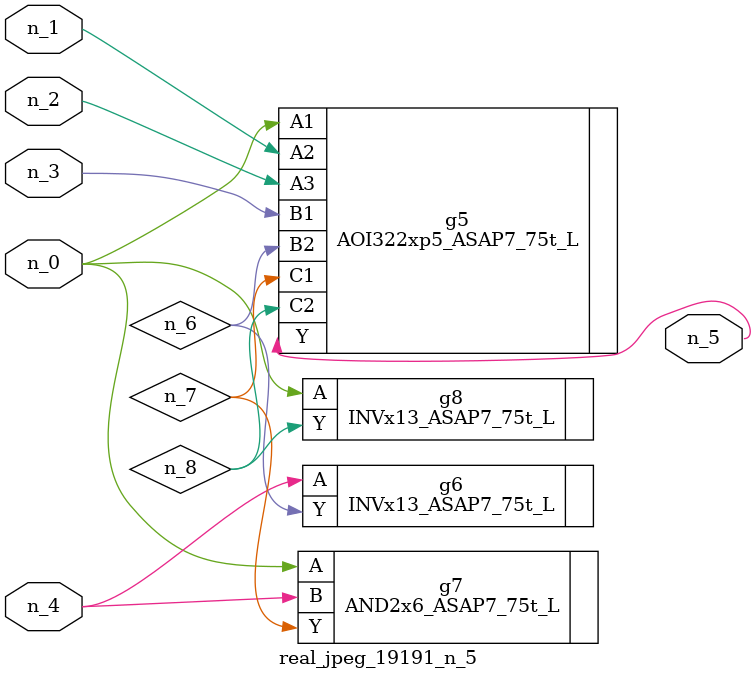
<source format=v>
module real_jpeg_19191_n_5 (n_4, n_0, n_1, n_2, n_3, n_5);

input n_4;
input n_0;
input n_1;
input n_2;
input n_3;

output n_5;

wire n_8;
wire n_6;
wire n_7;

AOI322xp5_ASAP7_75t_L g5 ( 
.A1(n_0),
.A2(n_1),
.A3(n_2),
.B1(n_3),
.B2(n_6),
.C1(n_7),
.C2(n_8),
.Y(n_5)
);

AND2x6_ASAP7_75t_L g7 ( 
.A(n_0),
.B(n_4),
.Y(n_7)
);

INVx13_ASAP7_75t_L g8 ( 
.A(n_0),
.Y(n_8)
);

INVx13_ASAP7_75t_L g6 ( 
.A(n_4),
.Y(n_6)
);


endmodule
</source>
